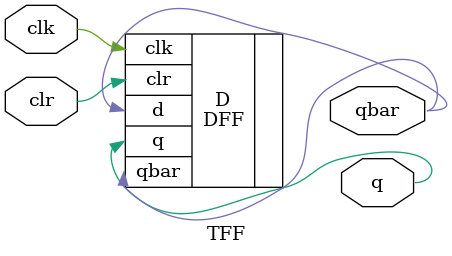
<source format=v>
module TFF(q,qbar,clk,clr);
    output q,qbar;
    input clk,clr;
    
    DFF D(.q(q),.qbar(qbar),.d(qbar),.clk(clk),.clr(clr));
endmodule
</source>
